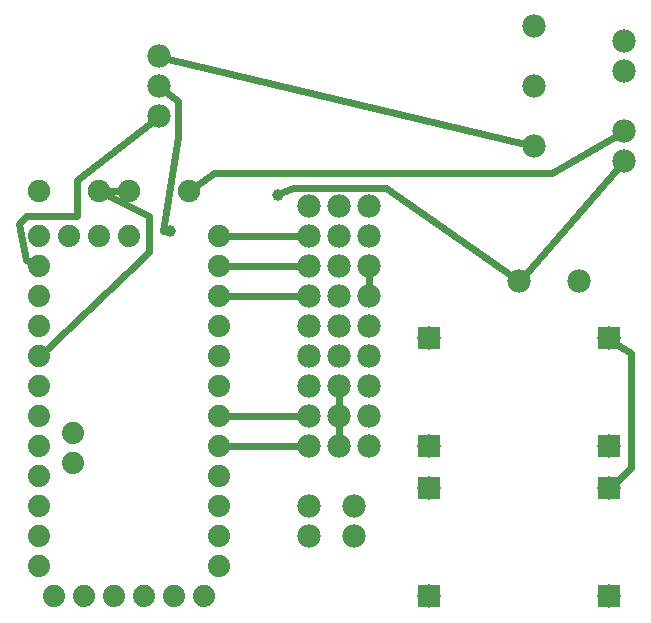
<source format=gtl>
G04 MADE WITH FRITZING*
G04 WWW.FRITZING.ORG*
G04 DOUBLE SIDED*
G04 HOLES PLATED*
G04 CONTOUR ON CENTER OF CONTOUR VECTOR*
%ASAXBY*%
%FSLAX23Y23*%
%MOIN*%
%OFA0B0*%
%SFA1.0B1.0*%
%ADD10C,0.078000*%
%ADD11C,0.074000*%
%ADD12C,0.075000*%
%ADD13C,0.039370*%
%ADD14R,0.077630X0.077806*%
%ADD15C,0.024000*%
%LNCOPPER1*%
G90*
G70*
G54D10*
X1050Y318D03*
X1050Y318D03*
X1050Y418D03*
X1200Y418D03*
X1200Y418D03*
X1200Y318D03*
X1050Y618D03*
X1150Y618D03*
X1250Y618D03*
G54D11*
X700Y118D03*
X600Y118D03*
X500Y118D03*
X400Y118D03*
X300Y118D03*
X200Y118D03*
X265Y663D03*
X265Y563D03*
X350Y1318D03*
X250Y1318D03*
X150Y218D03*
X150Y318D03*
X150Y418D03*
X150Y518D03*
X150Y618D03*
X150Y718D03*
X150Y818D03*
X150Y918D03*
X150Y1018D03*
X150Y1118D03*
X150Y1218D03*
X150Y1318D03*
X750Y1318D03*
X750Y1218D03*
X750Y1118D03*
X750Y1018D03*
X750Y918D03*
X750Y818D03*
X750Y718D03*
X750Y618D03*
X750Y518D03*
X750Y418D03*
X750Y318D03*
X750Y218D03*
X450Y1318D03*
G54D10*
X2050Y618D03*
X2050Y978D03*
X1450Y978D03*
X1450Y618D03*
X2050Y118D03*
X2050Y478D03*
X1450Y478D03*
X1450Y118D03*
X1800Y2018D03*
X1800Y1818D03*
X1800Y1618D03*
X550Y1918D03*
X550Y1818D03*
X550Y1718D03*
X1050Y718D03*
X1150Y718D03*
X1250Y718D03*
X1050Y818D03*
X1150Y818D03*
X1250Y818D03*
X1050Y918D03*
X1150Y918D03*
X1250Y918D03*
X1050Y1018D03*
X1150Y1018D03*
X1250Y1018D03*
X1050Y1118D03*
X1150Y1118D03*
X1250Y1118D03*
X1050Y1218D03*
X1150Y1218D03*
X1250Y1218D03*
X1050Y1318D03*
X1150Y1318D03*
X1250Y1318D03*
X1050Y1418D03*
X1150Y1418D03*
X1250Y1418D03*
X2100Y1868D03*
X2100Y1968D03*
X1950Y1168D03*
X1750Y1168D03*
X2100Y1668D03*
X2100Y1568D03*
G54D12*
X450Y1468D03*
X650Y1468D03*
X150Y1468D03*
X350Y1468D03*
G54D13*
X588Y1337D03*
X948Y1457D03*
G54D14*
X1450Y978D03*
X1450Y619D03*
X2051Y618D03*
X2050Y978D03*
X1450Y478D03*
X1450Y119D03*
X2051Y118D03*
X2050Y478D03*
G54D15*
X781Y718D02*
X1020Y718D01*
D02*
X781Y1118D02*
X1020Y1118D01*
D02*
X781Y1218D02*
X1020Y1218D01*
D02*
X781Y618D02*
X1020Y618D01*
D02*
X781Y1318D02*
X1020Y1318D01*
D02*
X527Y1700D02*
X276Y1505D01*
X276Y1505D02*
X276Y1385D01*
X276Y1385D02*
X108Y1385D01*
X108Y1385D02*
X84Y1361D01*
X84Y1361D02*
X108Y1241D01*
X108Y1241D02*
X123Y1233D01*
D02*
X422Y1468D02*
X379Y1468D01*
D02*
X173Y940D02*
X516Y1265D01*
X516Y1265D02*
X516Y1385D01*
X516Y1385D02*
X376Y1455D01*
D02*
X1150Y748D02*
X1150Y788D01*
D02*
X1150Y688D02*
X1150Y648D01*
D02*
X673Y1485D02*
X732Y1529D01*
X732Y1529D02*
X1860Y1529D01*
X1860Y1529D02*
X2074Y1653D01*
D02*
X1250Y1188D02*
X1250Y1148D01*
D02*
X574Y1799D02*
X612Y1769D01*
X612Y1769D02*
X612Y1649D01*
X612Y1649D02*
X564Y1337D01*
X564Y1337D02*
X569Y1337D01*
D02*
X2073Y498D02*
X2124Y545D01*
X2124Y545D02*
X2124Y929D01*
X2124Y929D02*
X2075Y961D01*
D02*
X2081Y1545D02*
X1770Y1191D01*
D02*
X965Y1465D02*
X996Y1481D01*
X996Y1481D02*
X1308Y1481D01*
X1308Y1481D02*
X1726Y1185D01*
D02*
X580Y1911D02*
X1771Y1625D01*
G04 End of Copper1*
M02*
</source>
